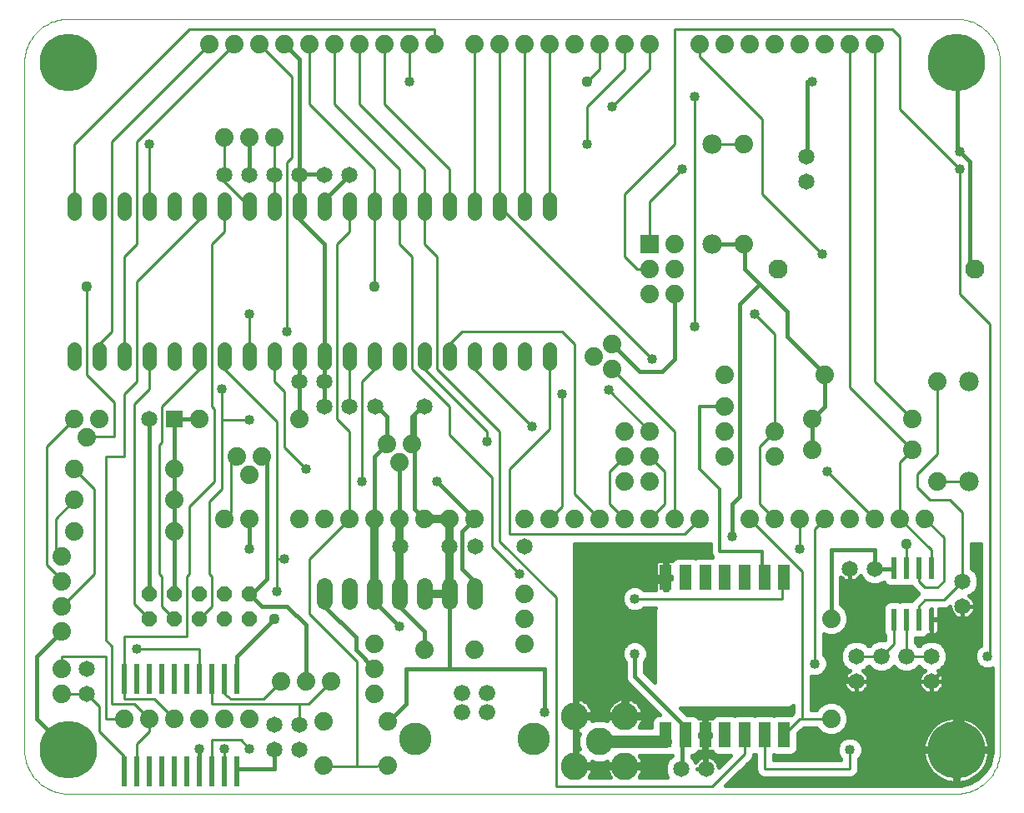
<source format=gtl>
G75*
G70*
%OFA0B0*%
%FSLAX24Y24*%
%IPPOS*%
%LPD*%
%AMOC8*
5,1,8,0,0,1.08239X$1,22.5*
%
%ADD10C,0.0000*%
%ADD11C,0.0560*%
%ADD12C,0.0740*%
%ADD13C,0.0650*%
%ADD14C,0.0660*%
%ADD15C,0.1300*%
%ADD16R,0.0740X0.0740*%
%ADD17R,0.0240X0.0870*%
%ADD18C,0.0768*%
%ADD19OC8,0.0600*%
%ADD20C,0.2300*%
%ADD21R,0.0650X0.0650*%
%ADD22C,0.0634*%
%ADD23C,0.0780*%
%ADD24C,0.1100*%
%ADD25R,0.0500X0.1000*%
%ADD26R,0.0240X0.1200*%
%ADD27C,0.0100*%
%ADD28C,0.0160*%
%ADD29C,0.0150*%
%ADD30C,0.0320*%
%ADD31C,0.0400*%
%ADD32C,0.0436*%
%ADD33C,0.0500*%
%ADD34C,0.0240*%
%ADD35C,0.0120*%
D10*
X002430Y001811D02*
X037930Y001811D01*
X038013Y001813D01*
X038096Y001819D01*
X038179Y001829D01*
X038261Y001843D01*
X038343Y001860D01*
X038423Y001882D01*
X038502Y001907D01*
X038580Y001936D01*
X038657Y001969D01*
X038732Y002006D01*
X038805Y002045D01*
X038876Y002089D01*
X038945Y002135D01*
X039012Y002185D01*
X039076Y002238D01*
X039138Y002294D01*
X039197Y002353D01*
X039253Y002415D01*
X039306Y002479D01*
X039356Y002546D01*
X039402Y002615D01*
X039446Y002686D01*
X039485Y002759D01*
X039522Y002834D01*
X039555Y002911D01*
X039584Y002989D01*
X039609Y003068D01*
X039631Y003148D01*
X039648Y003230D01*
X039662Y003312D01*
X039672Y003395D01*
X039678Y003478D01*
X039680Y003561D01*
X039680Y031061D01*
X039678Y031144D01*
X039672Y031227D01*
X039662Y031310D01*
X039648Y031392D01*
X039631Y031474D01*
X039609Y031554D01*
X039584Y031633D01*
X039555Y031711D01*
X039522Y031788D01*
X039485Y031863D01*
X039446Y031936D01*
X039402Y032007D01*
X039356Y032076D01*
X039306Y032143D01*
X039253Y032207D01*
X039197Y032269D01*
X039138Y032328D01*
X039076Y032384D01*
X039012Y032437D01*
X038945Y032487D01*
X038876Y032533D01*
X038805Y032577D01*
X038732Y032616D01*
X038657Y032653D01*
X038580Y032686D01*
X038502Y032715D01*
X038423Y032740D01*
X038343Y032762D01*
X038261Y032779D01*
X038179Y032793D01*
X038096Y032803D01*
X038013Y032809D01*
X037930Y032811D01*
X002430Y032811D01*
X002347Y032809D01*
X002264Y032803D01*
X002181Y032793D01*
X002099Y032779D01*
X002017Y032762D01*
X001937Y032740D01*
X001858Y032715D01*
X001780Y032686D01*
X001703Y032653D01*
X001628Y032616D01*
X001555Y032577D01*
X001484Y032533D01*
X001415Y032487D01*
X001348Y032437D01*
X001284Y032384D01*
X001222Y032328D01*
X001163Y032269D01*
X001107Y032207D01*
X001054Y032143D01*
X001004Y032076D01*
X000958Y032007D01*
X000914Y031936D01*
X000875Y031863D01*
X000838Y031788D01*
X000805Y031711D01*
X000776Y031633D01*
X000751Y031554D01*
X000729Y031474D01*
X000712Y031392D01*
X000698Y031310D01*
X000688Y031227D01*
X000682Y031144D01*
X000680Y031061D01*
X000680Y003561D01*
X000682Y003478D01*
X000688Y003395D01*
X000698Y003312D01*
X000712Y003230D01*
X000729Y003148D01*
X000751Y003068D01*
X000776Y002989D01*
X000805Y002911D01*
X000838Y002834D01*
X000875Y002759D01*
X000914Y002686D01*
X000958Y002615D01*
X001004Y002546D01*
X001054Y002479D01*
X001107Y002415D01*
X001163Y002353D01*
X001222Y002294D01*
X001284Y002238D01*
X001348Y002185D01*
X001415Y002135D01*
X001484Y002089D01*
X001555Y002045D01*
X001628Y002006D01*
X001703Y001969D01*
X001780Y001936D01*
X001858Y001907D01*
X001937Y001882D01*
X002017Y001860D01*
X002099Y001843D01*
X002181Y001829D01*
X002264Y001819D01*
X002347Y001813D01*
X002430Y001811D01*
D11*
X002680Y019031D02*
X002680Y019591D01*
X003680Y019591D02*
X003680Y019031D01*
X004680Y019031D02*
X004680Y019591D01*
X005680Y019591D02*
X005680Y019031D01*
X006680Y019031D02*
X006680Y019591D01*
X007680Y019591D02*
X007680Y019031D01*
X008680Y019031D02*
X008680Y019591D01*
X009680Y019591D02*
X009680Y019031D01*
X010680Y019031D02*
X010680Y019591D01*
X011680Y019591D02*
X011680Y019031D01*
X012680Y019031D02*
X012680Y019591D01*
X013680Y019591D02*
X013680Y019031D01*
X014680Y019031D02*
X014680Y019591D01*
X015680Y019591D02*
X015680Y019031D01*
X016680Y019031D02*
X016680Y019591D01*
X017680Y019591D02*
X017680Y019031D01*
X018680Y019031D02*
X018680Y019591D01*
X019680Y019591D02*
X019680Y019031D01*
X020680Y019031D02*
X020680Y019591D01*
X021680Y019591D02*
X021680Y019031D01*
X021680Y025031D02*
X021680Y025591D01*
X020680Y025591D02*
X020680Y025031D01*
X019680Y025031D02*
X019680Y025591D01*
X018680Y025591D02*
X018680Y025031D01*
X017680Y025031D02*
X017680Y025591D01*
X016680Y025591D02*
X016680Y025031D01*
X015680Y025031D02*
X015680Y025591D01*
X014680Y025591D02*
X014680Y025031D01*
X013680Y025031D02*
X013680Y025591D01*
X012680Y025591D02*
X012680Y025031D01*
X011680Y025031D02*
X011680Y025591D01*
X010680Y025591D02*
X010680Y025031D01*
X009680Y025031D02*
X009680Y025591D01*
X008680Y025591D02*
X008680Y025031D01*
X007680Y025031D02*
X007680Y025591D01*
X006680Y025591D02*
X006680Y025031D01*
X005680Y025031D02*
X005680Y025591D01*
X004680Y025591D02*
X004680Y025031D01*
X003680Y025031D02*
X003680Y025591D01*
X002680Y025591D02*
X002680Y025031D01*
D12*
X008680Y028061D03*
X009680Y028061D03*
X010680Y028061D03*
X011080Y031811D03*
X012080Y031811D03*
X013080Y031811D03*
X014080Y031811D03*
X015080Y031811D03*
X016080Y031811D03*
X017080Y031811D03*
X018680Y031811D03*
X019680Y031811D03*
X020680Y031811D03*
X021680Y031811D03*
X022680Y031811D03*
X023680Y031811D03*
X024680Y031811D03*
X025680Y031811D03*
X027680Y031811D03*
X028680Y031811D03*
X029680Y031811D03*
X030680Y031811D03*
X031680Y031811D03*
X032680Y031811D03*
X033680Y031811D03*
X034680Y031811D03*
X029430Y027811D03*
X029430Y023811D03*
X026680Y023811D03*
X026680Y022811D03*
X026680Y021811D03*
X025680Y021811D03*
X025680Y022811D03*
X024180Y019811D03*
X023430Y019311D03*
X024180Y018811D03*
X024680Y016311D03*
X025680Y016311D03*
X025680Y015311D03*
X024680Y015311D03*
X024680Y014311D03*
X025680Y014311D03*
X025680Y012811D03*
X024680Y012811D03*
X023680Y012811D03*
X022680Y012811D03*
X021680Y012811D03*
X020680Y012811D03*
X018680Y012811D03*
X017680Y012811D03*
X016680Y012811D03*
X015680Y012811D03*
X014680Y012811D03*
X013680Y012811D03*
X012680Y012811D03*
X011680Y012811D03*
X009680Y012811D03*
X008680Y012811D03*
X009680Y014561D03*
X009180Y015311D03*
X010180Y015311D03*
X011680Y016811D03*
X015180Y015811D03*
X016180Y015811D03*
X015680Y015061D03*
X020680Y009811D03*
X020680Y008811D03*
X020680Y007811D03*
X018680Y007561D03*
X016680Y007561D03*
X014680Y007811D03*
X014680Y006811D03*
X014680Y005811D03*
X015210Y004701D03*
X015210Y002921D03*
X012650Y002921D03*
X012650Y004701D03*
X012930Y006311D03*
X011930Y006311D03*
X010930Y006311D03*
X009680Y004811D03*
X008680Y004811D03*
X007680Y004811D03*
X006680Y004811D03*
X005680Y004811D03*
X004680Y004811D03*
X002180Y005811D03*
X002180Y006811D03*
X002180Y008311D03*
X002180Y009311D03*
X002180Y010311D03*
X002180Y011311D03*
X002680Y012311D03*
X002680Y013561D03*
X002680Y014811D03*
X003180Y016061D03*
X002680Y016811D03*
X003680Y016811D03*
X006680Y014811D03*
X006680Y013561D03*
X006680Y012311D03*
X007680Y016811D03*
X008080Y031811D03*
X009080Y031811D03*
X010080Y031811D03*
X028680Y018561D03*
X028680Y017311D03*
X028680Y016311D03*
X028680Y015311D03*
X030680Y015311D03*
X030680Y016311D03*
X032180Y016811D03*
X032180Y015561D03*
X031680Y012811D03*
X030680Y012811D03*
X029680Y012811D03*
X027680Y012811D03*
X026680Y012811D03*
X032680Y012811D03*
X033680Y012811D03*
X034680Y012811D03*
X035680Y012811D03*
X036680Y012811D03*
X037180Y014311D03*
X036180Y015561D03*
X036180Y016811D03*
X037180Y018311D03*
X032680Y018561D03*
X032930Y008811D03*
X032930Y004811D03*
D13*
X033930Y006311D03*
X033930Y007311D03*
X036930Y007311D03*
X036930Y006311D03*
X038180Y009311D03*
X038180Y010311D03*
X034680Y010811D03*
X033680Y010811D03*
X027930Y002811D03*
X026930Y002811D03*
X020664Y011686D03*
X018696Y011686D03*
X017664Y011686D03*
X015696Y011686D03*
X016664Y017311D03*
X014696Y017311D03*
X013680Y017311D03*
X012680Y017311D03*
X012680Y018311D03*
X011680Y018311D03*
X005680Y016811D03*
X008680Y026561D03*
X009680Y026561D03*
X010680Y026561D03*
X011680Y026561D03*
X012680Y026561D03*
X013680Y026561D03*
X031930Y026311D03*
X031930Y027311D03*
X011680Y004561D03*
X010680Y004561D03*
X010680Y003561D03*
X011680Y003561D03*
X003180Y005811D03*
X003180Y006811D03*
D14*
X018188Y005841D03*
X018188Y005061D03*
X019172Y005061D03*
X019172Y005841D03*
X034930Y007311D03*
X035930Y007311D03*
D15*
X021050Y003991D03*
X016310Y003991D03*
D16*
X025680Y023811D03*
D17*
X035430Y010841D03*
X035930Y010841D03*
X036430Y010841D03*
X036930Y010841D03*
X036930Y008781D03*
X036430Y008781D03*
X035930Y008781D03*
X035430Y008781D03*
D18*
X038680Y022811D03*
X030806Y022811D03*
D19*
X009680Y009811D03*
X008680Y009811D03*
X008680Y008811D03*
X009680Y008811D03*
X007680Y008811D03*
X006680Y008811D03*
X005680Y008811D03*
X005680Y009811D03*
X006680Y009811D03*
X007680Y009811D03*
D20*
X002430Y003561D03*
X002430Y031061D03*
X037930Y031061D03*
X037930Y003561D03*
D21*
X006680Y016811D03*
D22*
X012680Y010128D02*
X012680Y009494D01*
X013680Y009494D02*
X013680Y010128D01*
X014680Y010128D02*
X014680Y009494D01*
X015680Y009494D02*
X015680Y010128D01*
X016680Y010128D02*
X016680Y009494D01*
X017680Y009494D02*
X017680Y010128D01*
X018680Y010128D02*
X018680Y009494D01*
D23*
X028180Y023811D03*
X028180Y027811D03*
X038430Y018311D03*
X038430Y014311D03*
D24*
X024680Y004911D03*
X023680Y003911D03*
X022680Y002911D03*
X024680Y002911D03*
X022680Y004911D03*
D25*
X026318Y004162D03*
X027105Y004162D03*
X027893Y004162D03*
X028680Y004162D03*
X029467Y004162D03*
X030255Y004162D03*
X031042Y004162D03*
X031042Y010461D03*
X030255Y010461D03*
X029467Y010461D03*
X028680Y010461D03*
X027893Y010461D03*
X027105Y010461D03*
X026318Y010461D03*
D26*
X009180Y006411D03*
X008680Y006411D03*
X008180Y006411D03*
X007680Y006411D03*
X007180Y006411D03*
X006680Y006411D03*
X006180Y006411D03*
X005680Y006411D03*
X005180Y006411D03*
X004680Y006411D03*
X004680Y002711D03*
X005180Y002711D03*
X005680Y002711D03*
X006180Y002711D03*
X006680Y002711D03*
X007180Y002711D03*
X007680Y002711D03*
X008180Y002711D03*
X008680Y002711D03*
X009180Y002711D03*
D27*
X008680Y002711D02*
X008680Y003611D01*
X008180Y003961D02*
X009330Y003961D01*
X009680Y003611D01*
X008180Y003961D02*
X008180Y002711D01*
X006680Y004811D02*
X005880Y005611D01*
X004680Y005611D01*
X004680Y006411D01*
X004680Y008111D01*
X007180Y008111D01*
X007180Y010511D01*
X007280Y010611D01*
X007280Y013311D01*
X008280Y014311D01*
X008280Y017211D01*
X008180Y017311D01*
X008180Y023811D01*
X008680Y024311D01*
X008680Y025311D01*
X008680Y026311D02*
X009680Y025311D01*
X010680Y025311D02*
X010680Y026561D01*
X010680Y028061D01*
X011380Y027261D02*
X011180Y027061D01*
X011180Y020311D01*
X010680Y019311D02*
X010680Y018311D01*
X011080Y017911D01*
X011080Y015661D01*
X011930Y014811D01*
X013680Y016311D02*
X013180Y016811D01*
X013180Y023811D01*
X013680Y024311D01*
X013680Y025311D01*
X014680Y025311D02*
X014680Y022111D01*
X016180Y023311D02*
X015680Y023811D01*
X015680Y025311D01*
X015680Y026811D01*
X013080Y029411D01*
X013080Y031811D01*
X014080Y031811D02*
X014080Y029411D01*
X016680Y026811D01*
X016680Y025311D01*
X016680Y023811D01*
X017180Y023311D01*
X017180Y018811D01*
X019680Y016311D01*
X019680Y011911D01*
X021930Y009661D01*
X021930Y002111D01*
X028180Y002111D01*
X029480Y003411D01*
X029480Y004111D01*
X029467Y004162D01*
X030255Y004162D02*
X030280Y004111D01*
X030280Y002811D01*
X033680Y002811D01*
X033680Y003561D01*
X032930Y004811D02*
X031780Y004811D01*
X031680Y004811D01*
X031080Y004211D01*
X031042Y004162D01*
X031780Y004811D02*
X031780Y010711D01*
X029680Y012811D01*
X030080Y013411D02*
X030080Y015711D01*
X030680Y016311D01*
X030680Y020211D01*
X029880Y021011D01*
X027480Y020511D02*
X027480Y029711D01*
X027680Y031311D02*
X030180Y028811D01*
X030180Y025811D01*
X032580Y023411D01*
X026980Y026811D02*
X025680Y025511D01*
X025680Y023811D01*
X025180Y022811D02*
X024680Y023311D01*
X024680Y025811D01*
X026680Y027811D01*
X026680Y032411D01*
X035380Y032411D01*
X035680Y032111D01*
X035680Y029211D01*
X038080Y026811D01*
X038080Y021811D01*
X039280Y020611D01*
X039280Y007311D01*
X039180Y007311D01*
X036930Y007311D02*
X035930Y007311D01*
X035930Y008781D01*
X035430Y008781D02*
X035430Y007811D01*
X034930Y007311D01*
X033930Y007311D01*
X032280Y007011D02*
X032280Y012411D01*
X032680Y012811D01*
X031680Y012811D02*
X031680Y011611D01*
X031042Y010461D02*
X030980Y010411D01*
X030980Y009611D01*
X025080Y009611D01*
X027080Y012211D02*
X020080Y012211D01*
X020080Y014811D01*
X021680Y016411D01*
X021680Y019311D01*
X022680Y019811D02*
X022680Y013811D01*
X023680Y012811D01*
X024080Y013411D02*
X024080Y014711D01*
X024680Y015311D01*
X025680Y015311D02*
X026280Y014711D01*
X026280Y013411D01*
X025680Y012811D01*
X024680Y012811D02*
X024080Y013411D01*
X022180Y013311D02*
X021680Y012811D01*
X022180Y013311D02*
X022180Y017811D01*
X020980Y016511D02*
X018680Y018811D01*
X018680Y019311D01*
X017680Y019311D02*
X017680Y019811D01*
X018180Y020311D01*
X022180Y020311D01*
X022680Y019811D01*
X024180Y018811D02*
X026680Y016311D01*
X026680Y012811D01*
X027080Y012211D02*
X027680Y012811D01*
X030080Y013411D02*
X030680Y012811D01*
X032780Y014711D02*
X034680Y012811D01*
X035680Y012811D02*
X036930Y011561D01*
X036930Y010841D01*
X036430Y010841D02*
X036430Y010311D01*
X036680Y010061D01*
X037180Y010061D01*
X037430Y010311D01*
X037430Y012061D01*
X036680Y012811D01*
X036880Y013561D02*
X036380Y014061D01*
X036380Y014611D01*
X037180Y015411D01*
X037180Y018311D01*
X036180Y016811D02*
X034680Y018311D01*
X034680Y031811D01*
X033680Y031811D02*
X033680Y018061D01*
X036180Y015561D01*
X035680Y015061D01*
X035680Y012811D01*
X035930Y011811D02*
X035930Y010841D01*
X036680Y009561D02*
X036430Y009311D01*
X036430Y008781D01*
X036680Y009561D02*
X037430Y009561D01*
X038180Y010311D01*
X038180Y013061D01*
X037680Y013561D01*
X036880Y013561D01*
X037180Y014311D02*
X038430Y014311D01*
X025780Y019211D02*
X019680Y025311D01*
X019680Y031811D01*
X020680Y031811D02*
X020680Y025311D01*
X021680Y025311D02*
X021680Y031811D01*
X023680Y031811D02*
X023680Y030811D01*
X023180Y030311D01*
X023180Y029311D02*
X023180Y027811D01*
X023180Y029311D02*
X024680Y030811D01*
X024680Y031811D01*
X025680Y031811D02*
X025680Y030811D01*
X024180Y029311D01*
X027680Y031311D02*
X027680Y031811D01*
X028180Y027811D02*
X029430Y027811D01*
X025680Y022811D02*
X025180Y022811D01*
X024030Y017961D02*
X025680Y016311D01*
X019380Y014461D02*
X019380Y011711D01*
X020480Y010611D01*
X019380Y014461D02*
X017680Y016161D01*
X017680Y017311D01*
X016180Y018811D01*
X016180Y023311D01*
X014680Y025311D02*
X014680Y026811D01*
X012080Y029411D01*
X012080Y031811D01*
X011380Y030511D02*
X011380Y027261D01*
X008680Y026561D02*
X008680Y026311D01*
X008680Y026561D02*
X008680Y028061D01*
X007680Y025311D02*
X007680Y024811D01*
X005180Y022311D01*
X005180Y018311D01*
X004680Y017811D01*
X004680Y015311D01*
X003930Y015311D01*
X003930Y007961D01*
X004180Y007711D01*
X004180Y005411D01*
X005080Y005411D01*
X005680Y004811D01*
X005680Y004311D01*
X005180Y003811D01*
X005180Y002711D01*
X004680Y002711D02*
X004680Y002661D01*
X004680Y002711D02*
X004680Y003311D01*
X003680Y004311D01*
X003680Y005311D01*
X003180Y005811D01*
X002180Y005811D01*
X002180Y006811D02*
X002180Y007311D01*
X003930Y007311D01*
X003930Y004811D01*
X004680Y004811D01*
X007680Y006411D02*
X007680Y007611D01*
X005180Y007611D01*
X005680Y008811D02*
X005080Y009411D01*
X005080Y017411D01*
X005680Y018011D01*
X005680Y019311D01*
X004680Y019311D02*
X004680Y023311D01*
X005180Y023811D01*
X005180Y027911D01*
X009080Y031811D01*
X010080Y031811D02*
X011380Y030511D01*
X008080Y031811D02*
X004180Y027911D01*
X004180Y020311D01*
X003680Y019811D01*
X003680Y019311D01*
X003180Y018561D02*
X003180Y022111D01*
X002680Y025311D02*
X002680Y027811D01*
X007280Y032411D01*
X017080Y032411D01*
X017080Y031811D01*
X016080Y031811D02*
X016080Y030311D01*
X015080Y029411D02*
X015080Y031811D01*
X015080Y029411D02*
X017680Y026811D01*
X017680Y025311D01*
X018680Y025311D02*
X018680Y031811D01*
X005680Y027811D02*
X005680Y025311D01*
X009680Y021011D02*
X009680Y019311D01*
X008680Y019311D02*
X008680Y018811D01*
X010780Y016711D01*
X010780Y011211D01*
X011080Y011211D01*
X010780Y011211D02*
X010780Y009911D01*
X012080Y009011D02*
X013980Y007111D01*
X013980Y002911D01*
X012980Y002911D01*
X012650Y002921D01*
X013980Y002911D02*
X014380Y002911D01*
X015210Y002921D01*
X012030Y005411D02*
X012930Y006311D01*
X012030Y005411D02*
X011680Y005411D01*
X011680Y004561D01*
X011680Y005411D02*
X008180Y005411D01*
X008180Y006411D01*
X008680Y006411D02*
X008680Y005811D01*
X008930Y005611D01*
X010230Y005611D01*
X010930Y006311D01*
X012080Y009011D02*
X012080Y011211D01*
X013680Y012811D01*
X013680Y016311D01*
X013680Y017311D02*
X013680Y019311D01*
X014680Y019311D02*
X014680Y018811D01*
X014180Y018311D01*
X014180Y014311D01*
X009680Y016761D02*
X008580Y016761D01*
X008580Y018011D01*
X007680Y018811D02*
X007680Y019311D01*
X007680Y018811D02*
X006180Y017311D01*
X006180Y015861D01*
X006080Y015761D01*
X006080Y010611D01*
X006180Y010511D01*
X006180Y009311D01*
X006680Y008811D01*
X007680Y008811D02*
X008180Y009311D01*
X008180Y010511D01*
X008080Y010611D01*
X008080Y013511D01*
X008580Y014011D01*
X008580Y016761D01*
X009180Y015311D02*
X008930Y015061D01*
X008930Y013061D01*
X008680Y012811D01*
X004280Y016111D02*
X004280Y017461D01*
X003180Y018561D01*
X002680Y016811D02*
X001580Y015711D01*
X001580Y010961D01*
X002180Y010361D01*
X002180Y010311D01*
X002180Y009311D02*
X003480Y010611D01*
X003480Y014011D01*
X002680Y014811D01*
X003180Y016061D02*
X003180Y016111D01*
X004280Y016111D01*
X002680Y013561D02*
X001930Y012811D01*
X001930Y011561D01*
X002180Y011311D01*
X016680Y018811D02*
X019180Y016311D01*
X019180Y015911D01*
X016680Y018811D02*
X016680Y019311D01*
D28*
X006680Y013811D02*
X006680Y012311D01*
X005680Y009811D02*
X005680Y016811D01*
X022680Y004911D02*
X022680Y002911D01*
X024680Y002911D01*
X023680Y004911D02*
X022680Y004911D01*
X023180Y009811D02*
X023680Y009811D01*
X024180Y009811D01*
D29*
X024565Y009714D02*
X024565Y009509D01*
X024643Y009320D01*
X024788Y009175D01*
X024978Y009096D01*
X025182Y009096D01*
X025372Y009175D01*
X025443Y009246D01*
X025920Y009246D01*
X025913Y009240D01*
X025865Y009124D01*
X025865Y006278D01*
X025470Y006673D01*
X025470Y007073D01*
X025517Y007120D01*
X025595Y007309D01*
X025595Y007514D01*
X025517Y007703D01*
X025372Y007848D01*
X025182Y007926D01*
X024978Y007926D01*
X024788Y007848D01*
X024643Y007703D01*
X024565Y007514D01*
X024565Y007309D01*
X024643Y007120D01*
X024690Y007073D01*
X024690Y006434D01*
X024749Y006290D01*
X024859Y006181D01*
X026063Y004977D01*
X026005Y004977D01*
X025889Y004929D01*
X025801Y004840D01*
X025753Y004724D01*
X025753Y004476D01*
X025260Y004476D01*
X025284Y004508D01*
X025332Y004590D01*
X025368Y004678D01*
X025393Y004770D01*
X025401Y004836D01*
X024755Y004836D01*
X024755Y004986D01*
X025401Y004986D01*
X025393Y005053D01*
X025368Y005145D01*
X025332Y005233D01*
X025284Y005315D01*
X025226Y005390D01*
X025159Y005458D01*
X025084Y005515D01*
X025001Y005563D01*
X024914Y005599D01*
X024822Y005624D01*
X024755Y005633D01*
X024755Y004986D01*
X024605Y004986D01*
X024605Y004836D01*
X023959Y004836D01*
X023967Y004770D01*
X023980Y004723D01*
X023852Y004776D01*
X023508Y004776D01*
X023380Y004723D01*
X023393Y004770D01*
X023401Y004836D01*
X022755Y004836D01*
X022755Y004190D01*
X022822Y004199D01*
X022868Y004211D01*
X022815Y004083D01*
X022815Y003739D01*
X022868Y003611D01*
X022822Y003624D01*
X022755Y003633D01*
X022755Y002986D01*
X023401Y002986D01*
X023393Y003053D01*
X023380Y003099D01*
X023508Y003046D01*
X023852Y003046D01*
X023980Y003099D01*
X023967Y003053D01*
X023959Y002986D01*
X024605Y002986D01*
X024605Y002836D01*
X023959Y002836D01*
X023967Y002770D01*
X023992Y002678D01*
X024028Y002590D01*
X024076Y002508D01*
X024100Y002476D01*
X023260Y002476D01*
X023284Y002508D01*
X023332Y002590D01*
X023368Y002678D01*
X023393Y002770D01*
X023401Y002836D01*
X022755Y002836D01*
X022755Y002986D01*
X022680Y002986D01*
X022680Y004836D01*
X022755Y004836D01*
X022755Y004986D01*
X023401Y004986D01*
X023393Y005053D01*
X023368Y005145D01*
X023332Y005233D01*
X023284Y005315D01*
X023226Y005390D01*
X023159Y005458D01*
X023084Y005515D01*
X023001Y005563D01*
X022914Y005599D01*
X022822Y005624D01*
X022755Y005633D01*
X022755Y004986D01*
X022680Y004986D01*
X022680Y011811D01*
X028105Y011811D01*
X028105Y011437D01*
X028162Y011299D01*
X028185Y011276D01*
X027580Y011276D01*
X027499Y011242D01*
X027418Y011276D01*
X026793Y011276D01*
X026677Y011228D01*
X026588Y011139D01*
X026587Y011136D01*
X026368Y011136D01*
X026368Y010511D01*
X026540Y010511D01*
X026540Y010411D01*
X026368Y010411D01*
X026368Y010511D01*
X026268Y010511D01*
X026268Y011136D01*
X026045Y011136D01*
X026000Y011124D01*
X025960Y011101D01*
X025928Y011068D01*
X025905Y011028D01*
X025893Y010984D01*
X025893Y010511D01*
X026268Y010511D01*
X026268Y010411D01*
X026268Y009976D01*
X026368Y009976D01*
X026368Y010411D01*
X026268Y010411D01*
X025893Y010411D01*
X025893Y009976D01*
X025443Y009976D01*
X025372Y010048D01*
X025182Y010126D01*
X024978Y010126D01*
X024788Y010048D01*
X024643Y009903D01*
X024565Y009714D01*
X024565Y009682D02*
X022680Y009682D01*
X022680Y009830D02*
X024613Y009830D01*
X024719Y009979D02*
X022680Y009979D01*
X022680Y010127D02*
X025893Y010127D01*
X025893Y009979D02*
X025441Y009979D01*
X025893Y010276D02*
X022680Y010276D01*
X022680Y010424D02*
X026268Y010424D01*
X026318Y010461D02*
X026280Y010311D01*
X023680Y010311D01*
X023680Y009811D01*
X023680Y004911D01*
X023959Y004986D02*
X023967Y005053D01*
X023992Y005145D01*
X024028Y005233D01*
X024076Y005315D01*
X024134Y005390D01*
X024201Y005458D01*
X024276Y005515D01*
X024359Y005563D01*
X024446Y005599D01*
X024538Y005624D01*
X024605Y005633D01*
X024605Y004986D01*
X023959Y004986D01*
X023974Y005078D02*
X023386Y005078D01*
X023334Y005227D02*
X024026Y005227D01*
X024122Y005375D02*
X023238Y005375D01*
X023069Y005524D02*
X024291Y005524D01*
X024605Y005524D02*
X024755Y005524D01*
X024755Y005375D02*
X024605Y005375D01*
X024605Y005227D02*
X024755Y005227D01*
X024755Y005078D02*
X024605Y005078D01*
X024605Y004930D02*
X022755Y004930D01*
X022755Y005078D02*
X022680Y005078D01*
X022680Y005227D02*
X022755Y005227D01*
X022755Y005375D02*
X022680Y005375D01*
X022680Y005524D02*
X022755Y005524D01*
X022680Y005672D02*
X025367Y005672D01*
X025219Y005821D02*
X022680Y005821D01*
X022680Y005969D02*
X025070Y005969D01*
X024922Y006118D02*
X022680Y006118D01*
X022680Y006266D02*
X024773Y006266D01*
X024698Y006415D02*
X022680Y006415D01*
X022680Y006563D02*
X024690Y006563D01*
X024690Y006712D02*
X022680Y006712D01*
X022680Y006860D02*
X024690Y006860D01*
X024690Y007009D02*
X022680Y007009D01*
X022680Y007157D02*
X024628Y007157D01*
X024566Y007306D02*
X022680Y007306D01*
X022680Y007454D02*
X024565Y007454D01*
X024602Y007603D02*
X022680Y007603D01*
X022680Y007751D02*
X024692Y007751D01*
X024914Y007900D02*
X022680Y007900D01*
X022680Y008048D02*
X025865Y008048D01*
X025865Y007900D02*
X025246Y007900D01*
X025468Y007751D02*
X025865Y007751D01*
X025865Y007603D02*
X025558Y007603D01*
X025595Y007454D02*
X025865Y007454D01*
X025865Y007306D02*
X025594Y007306D01*
X025532Y007157D02*
X025865Y007157D01*
X025865Y007009D02*
X025470Y007009D01*
X025470Y006860D02*
X025865Y006860D01*
X025865Y006712D02*
X025470Y006712D01*
X025580Y006563D02*
X025865Y006563D01*
X025865Y006415D02*
X025728Y006415D01*
X025080Y006511D02*
X025080Y007411D01*
X025865Y008197D02*
X022680Y008197D01*
X022680Y008345D02*
X025865Y008345D01*
X025865Y008494D02*
X022680Y008494D01*
X022680Y008642D02*
X025865Y008642D01*
X025865Y008791D02*
X022680Y008791D01*
X022680Y008939D02*
X025865Y008939D01*
X025865Y009088D02*
X022680Y009088D01*
X022680Y009236D02*
X024727Y009236D01*
X024616Y009385D02*
X022680Y009385D01*
X022680Y009533D02*
X024565Y009533D01*
X025433Y009236D02*
X025912Y009236D01*
X026268Y009979D02*
X026368Y009979D01*
X026368Y010127D02*
X026268Y010127D01*
X026268Y010276D02*
X026368Y010276D01*
X026368Y010424D02*
X026540Y010424D01*
X026318Y010461D02*
X026280Y010511D01*
X026268Y010573D02*
X026368Y010573D01*
X026368Y010721D02*
X026268Y010721D01*
X026268Y010870D02*
X026368Y010870D01*
X026368Y011018D02*
X026268Y011018D01*
X025902Y011018D02*
X022680Y011018D01*
X022680Y010870D02*
X025893Y010870D01*
X025893Y010721D02*
X022680Y010721D01*
X022680Y010573D02*
X025893Y010573D01*
X026616Y011167D02*
X022680Y011167D01*
X022680Y011315D02*
X028155Y011315D01*
X028105Y011464D02*
X022680Y011464D01*
X022680Y011612D02*
X028105Y011612D01*
X028105Y011761D02*
X022680Y011761D01*
X018680Y012811D02*
X017180Y014311D01*
X016280Y013211D02*
X016280Y016911D01*
X016230Y016961D01*
X016580Y017311D01*
X016664Y017311D01*
X016230Y016961D02*
X016180Y016911D01*
X016180Y015811D01*
X015180Y015811D02*
X014680Y015311D01*
X014680Y012811D01*
X015680Y012811D02*
X015680Y015061D01*
X015180Y015811D02*
X015180Y016911D01*
X014780Y017311D01*
X014696Y017311D01*
X012680Y017311D02*
X012680Y018311D01*
X012680Y019311D01*
X012680Y023811D01*
X011680Y024811D01*
X011680Y025311D01*
X011680Y026561D01*
X011680Y026611D01*
X011680Y031211D01*
X011080Y031811D01*
X009680Y028061D02*
X009680Y026561D01*
X011680Y026611D02*
X012680Y026611D01*
X012680Y026561D01*
X013680Y026561D02*
X012680Y025561D01*
X012680Y025311D01*
X011680Y019311D02*
X011680Y018311D01*
X011680Y016811D01*
X010180Y015311D02*
X010380Y015111D01*
X010380Y010411D01*
X009780Y009811D01*
X009680Y009811D01*
X010180Y009311D01*
X011180Y009311D01*
X011930Y008561D01*
X011930Y006311D01*
X013930Y007561D02*
X014680Y006811D01*
X013930Y007561D02*
X013930Y008061D01*
X012680Y009311D01*
X012680Y009811D01*
X014680Y009811D02*
X014680Y009511D01*
X015680Y008511D01*
X015680Y009311D02*
X016680Y008311D01*
X016680Y007561D01*
X015930Y006811D02*
X017680Y006811D01*
X021480Y006811D01*
X021480Y005061D01*
X022680Y004781D02*
X022755Y004781D01*
X022755Y004633D02*
X022680Y004633D01*
X022680Y004484D02*
X022755Y004484D01*
X022755Y004336D02*
X022680Y004336D01*
X022680Y004187D02*
X022858Y004187D01*
X022815Y004039D02*
X022680Y004039D01*
X022680Y003890D02*
X022815Y003890D01*
X022815Y003742D02*
X022680Y003742D01*
X022680Y003593D02*
X022755Y003593D01*
X022755Y003445D02*
X022680Y003445D01*
X022680Y003296D02*
X022755Y003296D01*
X022755Y003148D02*
X022680Y003148D01*
X022680Y002999D02*
X022755Y002999D01*
X022755Y002851D02*
X024605Y002851D01*
X024755Y002851D02*
X026290Y002851D01*
X026290Y002939D02*
X026290Y002684D01*
X026376Y002476D01*
X025260Y002476D01*
X025284Y002508D01*
X025332Y002590D01*
X025368Y002678D01*
X025393Y002770D01*
X025401Y002836D01*
X024755Y002836D01*
X024755Y002986D01*
X025401Y002986D01*
X025393Y003053D01*
X025368Y003145D01*
X025332Y003233D01*
X025284Y003315D01*
X025260Y003346D01*
X026430Y003346D01*
X026431Y003347D01*
X026560Y003347D01*
X026387Y003174D01*
X026290Y002939D01*
X026315Y002999D02*
X025400Y002999D01*
X025367Y003148D02*
X026377Y003148D01*
X026510Y003296D02*
X025295Y003296D01*
X025375Y002702D02*
X026290Y002702D01*
X026344Y002554D02*
X025311Y002554D01*
X024049Y002554D02*
X023311Y002554D01*
X023375Y002702D02*
X023985Y002702D01*
X023960Y002999D02*
X023400Y002999D01*
X025266Y004484D02*
X025753Y004484D01*
X025753Y004633D02*
X025349Y004633D01*
X025394Y004781D02*
X025776Y004781D01*
X025892Y004930D02*
X024755Y004930D01*
X025386Y005078D02*
X025961Y005078D01*
X025813Y005227D02*
X025334Y005227D01*
X025238Y005375D02*
X025664Y005375D01*
X025516Y005524D02*
X025069Y005524D01*
X025080Y006511D02*
X027080Y004511D01*
X027080Y004211D01*
X027105Y004162D01*
X027080Y004111D01*
X026980Y004011D01*
X026980Y002811D01*
X026930Y002811D01*
X027370Y003276D02*
X027370Y003347D01*
X027418Y003347D01*
X027534Y003395D01*
X027622Y003483D01*
X027624Y003487D01*
X027843Y003487D01*
X027843Y004112D01*
X027670Y004112D01*
X027670Y004212D01*
X027843Y004212D01*
X027843Y004837D01*
X027624Y004837D01*
X027622Y004840D01*
X027534Y004929D01*
X027418Y004977D01*
X027166Y004977D01*
X026897Y005246D01*
X031243Y005246D01*
X031358Y005294D01*
X031415Y005351D01*
X031415Y005062D01*
X031371Y005018D01*
X031329Y004977D01*
X030730Y004977D01*
X030649Y004943D01*
X030567Y004977D01*
X029942Y004977D01*
X029861Y004943D01*
X029780Y004977D01*
X029155Y004977D01*
X029074Y004943D01*
X028993Y004977D01*
X028367Y004977D01*
X028252Y004929D01*
X028163Y004840D01*
X028162Y004837D01*
X027943Y004837D01*
X027943Y004212D01*
X028115Y004212D01*
X028115Y004112D01*
X027943Y004112D01*
X027943Y004212D01*
X027843Y004212D01*
X027843Y004112D01*
X027943Y004112D01*
X027943Y003487D01*
X028162Y003487D01*
X028163Y003483D01*
X028252Y003395D01*
X028367Y003347D01*
X028899Y003347D01*
X028426Y002874D01*
X028418Y002928D01*
X028393Y003003D01*
X028358Y003073D01*
X028311Y003137D01*
X028256Y003193D01*
X028192Y003239D01*
X028122Y003275D01*
X028047Y003299D01*
X027969Y003311D01*
X027930Y003311D01*
X027930Y002811D01*
X027570Y002811D01*
X027570Y002811D01*
X027930Y002811D01*
X027930Y002811D01*
X027880Y002811D01*
X027880Y004111D01*
X027893Y004162D01*
X027880Y004211D01*
X027843Y004187D02*
X027670Y004187D01*
X027843Y004039D02*
X027943Y004039D01*
X027943Y004187D02*
X028115Y004187D01*
X027943Y004336D02*
X027843Y004336D01*
X027843Y004484D02*
X027943Y004484D01*
X027943Y004633D02*
X027843Y004633D01*
X027843Y004781D02*
X027943Y004781D01*
X028254Y004930D02*
X027531Y004930D01*
X027065Y005078D02*
X031415Y005078D01*
X031371Y005018D02*
X031371Y005018D01*
X031415Y005227D02*
X026916Y005227D01*
X027843Y003890D02*
X027943Y003890D01*
X027943Y003742D02*
X027843Y003742D01*
X027843Y003593D02*
X027943Y003593D01*
X027930Y003311D02*
X027891Y003311D01*
X027813Y003299D01*
X027738Y003275D01*
X027668Y003239D01*
X027604Y003193D01*
X027549Y003137D01*
X027510Y003084D01*
X027473Y003174D01*
X027370Y003276D01*
X027370Y003296D02*
X027805Y003296D01*
X027930Y003296D02*
X027930Y003296D01*
X027930Y003311D02*
X027930Y002811D01*
X027930Y002811D01*
X027930Y002851D02*
X027930Y002851D01*
X027930Y002999D02*
X027930Y002999D01*
X027930Y003148D02*
X027930Y003148D01*
X028055Y003296D02*
X028849Y003296D01*
X028700Y003148D02*
X028301Y003148D01*
X028395Y002999D02*
X028552Y002999D01*
X028990Y002405D02*
X037282Y002405D01*
X037248Y002423D02*
X037363Y002362D01*
X037483Y002312D01*
X037608Y002274D01*
X037735Y002249D01*
X037855Y002237D01*
X037855Y003486D01*
X038005Y003486D01*
X038005Y002237D01*
X038125Y002249D01*
X038252Y002274D01*
X038377Y002312D01*
X038497Y002362D01*
X038612Y002423D01*
X038720Y002496D01*
X038821Y002578D01*
X038913Y002670D01*
X038996Y002771D01*
X039068Y002879D01*
X039129Y002994D01*
X039179Y003114D01*
X039217Y003239D01*
X039242Y003367D01*
X039254Y003486D01*
X038005Y003486D01*
X038005Y003636D01*
X039254Y003636D01*
X039242Y003756D01*
X039217Y003884D01*
X039179Y004008D01*
X039129Y004128D01*
X039068Y004243D01*
X038996Y004352D01*
X038913Y004452D01*
X038821Y004544D01*
X038720Y004627D01*
X038612Y004699D01*
X038497Y004760D01*
X038377Y004810D01*
X038252Y004848D01*
X038125Y004873D01*
X038005Y004885D01*
X038005Y003636D01*
X037855Y003636D01*
X037855Y003486D01*
X036606Y003486D01*
X036618Y003367D01*
X036643Y003239D01*
X036681Y003114D01*
X036731Y002994D01*
X036792Y002879D01*
X036864Y002771D01*
X036947Y002670D01*
X037039Y002578D01*
X037140Y002496D01*
X037248Y002423D01*
X037069Y002554D02*
X033939Y002554D01*
X033989Y002605D02*
X034045Y002739D01*
X034045Y003198D01*
X034117Y003270D01*
X034195Y003459D01*
X034195Y003664D01*
X034117Y003853D01*
X033972Y003998D01*
X033782Y004076D01*
X033578Y004076D01*
X033388Y003998D01*
X033243Y003853D01*
X033165Y003664D01*
X033165Y003459D01*
X033243Y003270D01*
X033315Y003198D01*
X033315Y003176D01*
X030645Y003176D01*
X030645Y003379D01*
X030649Y003380D01*
X030730Y003347D01*
X031355Y003347D01*
X031471Y003395D01*
X031559Y003483D01*
X031607Y003599D01*
X031607Y004222D01*
X031831Y004446D01*
X032340Y004446D01*
X032349Y004423D01*
X032542Y004231D01*
X032794Y004126D01*
X033066Y004126D01*
X033318Y004231D01*
X033511Y004423D01*
X033615Y004675D01*
X033615Y004948D01*
X033511Y005199D01*
X033318Y005392D01*
X033066Y005496D01*
X032794Y005496D01*
X032542Y005392D01*
X032349Y005199D01*
X032340Y005176D01*
X032145Y005176D01*
X032145Y006510D01*
X032178Y006496D01*
X032382Y006496D01*
X032572Y006575D01*
X032717Y006720D01*
X032795Y006909D01*
X032795Y007114D01*
X032717Y007303D01*
X032645Y007375D01*
X032645Y008188D01*
X032794Y008126D01*
X033066Y008126D01*
X033318Y008231D01*
X033511Y008423D01*
X033615Y008675D01*
X033615Y008948D01*
X033511Y009199D01*
X033320Y009390D01*
X033320Y010464D01*
X033354Y010430D01*
X033418Y010384D01*
X033488Y010348D01*
X033563Y010324D01*
X033641Y010311D01*
X033680Y010311D01*
X033719Y010311D01*
X033797Y010324D01*
X033872Y010348D01*
X033942Y010384D01*
X034006Y010430D01*
X034061Y010486D01*
X034100Y010539D01*
X034137Y010449D01*
X034317Y010269D01*
X034553Y010171D01*
X034807Y010171D01*
X035028Y010263D01*
X035043Y010228D01*
X035132Y010139D01*
X035247Y010091D01*
X035613Y010091D01*
X035680Y010119D01*
X035747Y010091D01*
X036113Y010091D01*
X036128Y010097D01*
X036371Y009855D01*
X036414Y009811D01*
X036223Y009621D01*
X036128Y009525D01*
X036113Y009531D01*
X035747Y009531D01*
X035680Y009503D01*
X035613Y009531D01*
X035247Y009531D01*
X035132Y009483D01*
X035043Y009395D01*
X034995Y009279D01*
X034995Y008284D01*
X035043Y008168D01*
X035065Y008146D01*
X035065Y007962D01*
X035059Y007956D01*
X035058Y007956D01*
X034802Y007956D01*
X034565Y007858D01*
X034426Y007720D01*
X034293Y007854D01*
X034057Y007951D01*
X033803Y007951D01*
X033567Y007854D01*
X033387Y007674D01*
X033290Y007439D01*
X033290Y007184D01*
X033387Y006949D01*
X033567Y006769D01*
X033658Y006731D01*
X033604Y006693D01*
X033549Y006637D01*
X033502Y006573D01*
X033467Y006503D01*
X033442Y006428D01*
X033430Y006351D01*
X033430Y006311D01*
X033430Y006272D01*
X033442Y006194D01*
X033467Y006119D01*
X033502Y006049D01*
X033549Y005986D01*
X033604Y005930D01*
X033668Y005884D01*
X033738Y005848D01*
X033813Y005824D01*
X033891Y005811D01*
X033930Y005811D01*
X033969Y005811D01*
X034047Y005824D01*
X034122Y005848D01*
X034192Y005884D01*
X034256Y005930D01*
X034311Y005986D01*
X034358Y006049D01*
X034393Y006119D01*
X034418Y006194D01*
X034430Y006272D01*
X034430Y006311D01*
X033930Y006311D01*
X033930Y005811D01*
X033930Y006311D01*
X033930Y006311D01*
X033930Y006311D01*
X033430Y006311D01*
X033930Y006311D01*
X033930Y006311D01*
X033680Y006311D01*
X033180Y006811D01*
X033180Y007561D01*
X033680Y008061D01*
X033680Y010811D01*
X033680Y010311D01*
X033680Y010811D01*
X033680Y010811D01*
X033680Y010721D02*
X033680Y010721D01*
X033680Y010573D02*
X033680Y010573D01*
X033680Y010424D02*
X033680Y010424D01*
X033998Y010424D02*
X034162Y010424D01*
X034310Y010276D02*
X033320Y010276D01*
X033320Y010424D02*
X033362Y010424D01*
X033320Y010127D02*
X035160Y010127D01*
X035400Y010811D02*
X034680Y010811D01*
X034680Y011561D01*
X032930Y011561D01*
X032930Y008811D01*
X033474Y009236D02*
X034995Y009236D01*
X034995Y009088D02*
X033557Y009088D01*
X033615Y008939D02*
X034995Y008939D01*
X034995Y008791D02*
X033615Y008791D01*
X033601Y008642D02*
X034995Y008642D01*
X034995Y008494D02*
X033540Y008494D01*
X033433Y008345D02*
X034995Y008345D01*
X035031Y008197D02*
X033236Y008197D01*
X033465Y007751D02*
X032645Y007751D01*
X032645Y007603D02*
X033358Y007603D01*
X033297Y007454D02*
X032645Y007454D01*
X032714Y007306D02*
X033290Y007306D01*
X033301Y007157D02*
X032777Y007157D01*
X032795Y007009D02*
X033363Y007009D01*
X033476Y006860D02*
X032775Y006860D01*
X032709Y006712D02*
X033631Y006712D01*
X033497Y006563D02*
X032544Y006563D01*
X032145Y006415D02*
X033440Y006415D01*
X033431Y006266D02*
X032145Y006266D01*
X032145Y006118D02*
X033467Y006118D01*
X033565Y005969D02*
X032145Y005969D01*
X032145Y005821D02*
X033831Y005821D01*
X033930Y005821D02*
X033930Y005821D01*
X034029Y005821D02*
X036831Y005821D01*
X036813Y005824D02*
X036891Y005811D01*
X036930Y005811D01*
X036969Y005811D01*
X037047Y005824D01*
X037122Y005848D01*
X037192Y005884D01*
X037256Y005930D01*
X037311Y005986D01*
X037358Y006049D01*
X037393Y006119D01*
X037418Y006194D01*
X037430Y006272D01*
X037430Y006311D01*
X036930Y006311D01*
X036930Y005811D01*
X036930Y006311D01*
X036930Y006311D01*
X036930Y006311D01*
X036430Y006311D01*
X036430Y006272D01*
X036442Y006194D01*
X036467Y006119D01*
X036502Y006049D01*
X036549Y005986D01*
X036604Y005930D01*
X036668Y005884D01*
X036738Y005848D01*
X036813Y005824D01*
X036930Y005821D02*
X036930Y005821D01*
X037029Y005821D02*
X039365Y005821D01*
X039365Y005969D02*
X037295Y005969D01*
X037393Y006118D02*
X039365Y006118D01*
X039365Y006266D02*
X037429Y006266D01*
X037430Y006311D02*
X037430Y006351D01*
X037418Y006428D01*
X037393Y006503D01*
X037358Y006573D01*
X037311Y006637D01*
X037256Y006693D01*
X037202Y006731D01*
X037293Y006769D01*
X037473Y006949D01*
X037570Y007184D01*
X037570Y007439D01*
X037473Y007674D01*
X037293Y007854D01*
X037057Y007951D01*
X036803Y007951D01*
X036567Y007854D01*
X036434Y007720D01*
X036295Y007858D01*
X036295Y008031D01*
X036613Y008031D01*
X036728Y008079D01*
X036817Y008168D01*
X036818Y008171D01*
X036930Y008171D01*
X036930Y008781D01*
X036930Y008171D01*
X037073Y008171D01*
X037118Y008183D01*
X037157Y008206D01*
X037190Y008239D01*
X037213Y008279D01*
X037225Y008323D01*
X037225Y008781D01*
X036930Y008781D01*
X036930Y008781D01*
X036930Y008781D01*
X036930Y008811D01*
X038180Y008811D01*
X038219Y008811D01*
X038297Y008824D01*
X038372Y008848D01*
X038442Y008884D01*
X038506Y008930D01*
X038561Y008986D01*
X038608Y009049D01*
X038643Y009119D01*
X038668Y009194D01*
X038680Y009272D01*
X038680Y009311D01*
X038180Y009311D01*
X038180Y008811D01*
X038180Y009311D01*
X038180Y009311D01*
X038180Y009311D01*
X038180Y003811D01*
X037930Y003561D01*
X038005Y003593D02*
X039365Y003593D01*
X039365Y003561D02*
X039353Y003374D01*
X039256Y003012D01*
X039068Y002688D01*
X038804Y002423D01*
X038479Y002235D01*
X038117Y002139D01*
X037930Y002126D01*
X028711Y002126D01*
X029789Y003205D01*
X029845Y003339D01*
X029845Y003374D01*
X029861Y003380D01*
X029915Y003358D01*
X029915Y002739D01*
X029971Y002605D01*
X030073Y002502D01*
X030207Y002446D01*
X033753Y002446D01*
X033887Y002502D01*
X033989Y002605D01*
X034030Y002702D02*
X036921Y002702D01*
X036811Y002851D02*
X034045Y002851D01*
X034045Y002999D02*
X036729Y002999D01*
X036671Y003148D02*
X034045Y003148D01*
X034128Y003296D02*
X036632Y003296D01*
X036610Y003445D02*
X034189Y003445D01*
X034195Y003593D02*
X037855Y003593D01*
X037855Y003636D02*
X036606Y003636D01*
X036618Y003756D01*
X036643Y003884D01*
X036681Y004008D01*
X036731Y004128D01*
X036792Y004243D01*
X036864Y004352D01*
X036947Y004452D01*
X037039Y004544D01*
X037140Y004627D01*
X037248Y004699D01*
X037363Y004760D01*
X037483Y004810D01*
X037608Y004848D01*
X037735Y004873D01*
X037855Y004885D01*
X037855Y003636D01*
X037855Y003742D02*
X038005Y003742D01*
X038005Y003890D02*
X037855Y003890D01*
X037855Y004039D02*
X038005Y004039D01*
X038005Y004187D02*
X037855Y004187D01*
X037855Y004336D02*
X038005Y004336D01*
X038005Y004484D02*
X037855Y004484D01*
X037855Y004633D02*
X038005Y004633D01*
X038005Y004781D02*
X037855Y004781D01*
X037413Y004781D02*
X033615Y004781D01*
X033615Y004930D02*
X039365Y004930D01*
X039365Y005078D02*
X033561Y005078D01*
X033483Y005227D02*
X039365Y005227D01*
X039365Y005375D02*
X033335Y005375D01*
X032525Y005375D02*
X032145Y005375D01*
X032145Y005227D02*
X032377Y005227D01*
X032145Y005524D02*
X039365Y005524D01*
X039365Y005672D02*
X032145Y005672D01*
X032437Y004336D02*
X031721Y004336D01*
X031607Y004187D02*
X032646Y004187D01*
X033214Y004187D02*
X036762Y004187D01*
X036694Y004039D02*
X033873Y004039D01*
X034079Y003890D02*
X036645Y003890D01*
X036616Y003742D02*
X034163Y003742D01*
X033487Y004039D02*
X031607Y004039D01*
X031607Y003890D02*
X033281Y003890D01*
X033197Y003742D02*
X031607Y003742D01*
X031605Y003593D02*
X033165Y003593D01*
X033171Y003445D02*
X031521Y003445D01*
X030645Y003296D02*
X033232Y003296D01*
X033423Y004336D02*
X036854Y004336D01*
X036979Y004484D02*
X033536Y004484D01*
X033598Y004633D02*
X037149Y004633D01*
X037855Y003445D02*
X038005Y003445D01*
X038005Y003296D02*
X037855Y003296D01*
X037855Y003148D02*
X038005Y003148D01*
X038005Y002999D02*
X037855Y002999D01*
X037855Y002851D02*
X038005Y002851D01*
X038005Y002702D02*
X037855Y002702D01*
X037855Y002554D02*
X038005Y002554D01*
X038005Y002405D02*
X037855Y002405D01*
X037855Y002257D02*
X038005Y002257D01*
X038164Y002257D02*
X038516Y002257D01*
X038578Y002405D02*
X038773Y002405D01*
X038791Y002554D02*
X038935Y002554D01*
X038939Y002702D02*
X039077Y002702D01*
X039049Y002851D02*
X039163Y002851D01*
X039131Y002999D02*
X039248Y002999D01*
X039292Y003148D02*
X039189Y003148D01*
X039228Y003296D02*
X039332Y003296D01*
X039357Y003445D02*
X039250Y003445D01*
X039365Y003561D02*
X039365Y006830D01*
X039282Y006796D01*
X039078Y006796D01*
X038888Y006875D01*
X038743Y007020D01*
X038665Y007209D01*
X038665Y007414D01*
X038743Y007603D01*
X037502Y007603D01*
X037563Y007454D02*
X038682Y007454D01*
X038665Y007306D02*
X037570Y007306D01*
X037559Y007157D02*
X038686Y007157D01*
X038754Y007009D02*
X037497Y007009D01*
X037384Y006860D02*
X038923Y006860D01*
X039365Y006712D02*
X037229Y006712D01*
X037363Y006563D02*
X039365Y006563D01*
X039365Y006415D02*
X037420Y006415D01*
X037430Y006311D02*
X036930Y006311D01*
X036930Y006311D01*
X033930Y006311D01*
X034430Y006311D01*
X034430Y006351D01*
X034418Y006428D01*
X034393Y006503D01*
X034358Y006573D01*
X034311Y006637D01*
X034256Y006693D01*
X034202Y006731D01*
X034293Y006769D01*
X034426Y006903D01*
X034565Y006764D01*
X034802Y006666D01*
X035058Y006666D01*
X035295Y006764D01*
X035430Y006899D01*
X035565Y006764D01*
X035802Y006666D01*
X036058Y006666D01*
X036295Y006764D01*
X036434Y006903D01*
X036567Y006769D01*
X036658Y006731D01*
X036604Y006693D01*
X036549Y006637D01*
X036502Y006573D01*
X036467Y006503D01*
X036442Y006428D01*
X036430Y006351D01*
X036430Y006311D01*
X036930Y006311D01*
X038180Y007561D01*
X038180Y008811D01*
X038141Y008811D01*
X038063Y008824D01*
X037988Y008848D01*
X037918Y008884D01*
X037854Y008930D01*
X037799Y008986D01*
X037752Y009049D01*
X037717Y009119D01*
X037692Y009194D01*
X037680Y009272D01*
X037680Y009295D01*
X037637Y009252D01*
X037503Y009196D01*
X037225Y009196D01*
X037225Y008781D01*
X036930Y008781D01*
X036930Y009196D01*
X036930Y009196D01*
X036930Y008781D01*
X036930Y008781D01*
X036930Y008791D02*
X036930Y008791D01*
X036930Y008939D02*
X036930Y008939D01*
X036930Y009088D02*
X036930Y009088D01*
X037225Y009088D02*
X037733Y009088D01*
X037686Y009236D02*
X037599Y009236D01*
X037845Y008939D02*
X037225Y008939D01*
X037225Y008791D02*
X038915Y008791D01*
X038915Y008939D02*
X038515Y008939D01*
X038627Y009088D02*
X038915Y009088D01*
X038915Y009236D02*
X038674Y009236D01*
X038680Y009311D02*
X038680Y009351D01*
X038668Y009428D01*
X038643Y009503D01*
X038608Y009573D01*
X038561Y009637D01*
X038506Y009693D01*
X038452Y009731D01*
X038543Y009769D01*
X038723Y009949D01*
X038820Y010184D01*
X038820Y010439D01*
X038723Y010674D01*
X038545Y010851D01*
X038545Y011811D01*
X038915Y011811D01*
X038915Y007759D01*
X038888Y007748D01*
X038743Y007603D01*
X038897Y007751D02*
X037395Y007751D01*
X037182Y007900D02*
X038915Y007900D01*
X038915Y008048D02*
X036654Y008048D01*
X036678Y007900D02*
X036295Y007900D01*
X036295Y007858D02*
X036295Y007858D01*
X036402Y007751D02*
X036465Y007751D01*
X036930Y008197D02*
X036930Y008197D01*
X036930Y008345D02*
X036930Y008345D01*
X036930Y008494D02*
X036930Y008494D01*
X036930Y008642D02*
X036930Y008642D01*
X037225Y008642D02*
X038915Y008642D01*
X038915Y008494D02*
X037225Y008494D01*
X037225Y008345D02*
X038915Y008345D01*
X038915Y008197D02*
X037141Y008197D01*
X038180Y008811D02*
X038180Y009311D01*
X038680Y009311D01*
X038675Y009385D02*
X038915Y009385D01*
X038915Y009533D02*
X038628Y009533D01*
X038517Y009682D02*
X038915Y009682D01*
X038915Y009830D02*
X038604Y009830D01*
X038735Y009979D02*
X038915Y009979D01*
X038915Y010127D02*
X038797Y010127D01*
X038820Y010276D02*
X038915Y010276D01*
X038915Y010424D02*
X038820Y010424D01*
X038764Y010573D02*
X038915Y010573D01*
X038915Y010721D02*
X038675Y010721D01*
X038545Y010870D02*
X038915Y010870D01*
X038915Y011018D02*
X038545Y011018D01*
X038545Y011167D02*
X038915Y011167D01*
X038915Y011315D02*
X038545Y011315D01*
X038545Y011464D02*
X038915Y011464D01*
X038915Y011612D02*
X038545Y011612D01*
X038545Y011761D02*
X038915Y011761D01*
X036395Y009830D02*
X033320Y009830D01*
X033320Y009682D02*
X036284Y009682D01*
X036136Y009533D02*
X033320Y009533D01*
X033325Y009385D02*
X035039Y009385D01*
X036246Y009979D02*
X033320Y009979D01*
X032645Y008048D02*
X035065Y008048D01*
X034665Y007900D02*
X034182Y007900D01*
X034395Y007751D02*
X034458Y007751D01*
X033678Y007900D02*
X032645Y007900D01*
X034229Y006712D02*
X034692Y006712D01*
X034469Y006860D02*
X034384Y006860D01*
X034363Y006563D02*
X036497Y006563D01*
X036440Y006415D02*
X034420Y006415D01*
X034429Y006266D02*
X036431Y006266D01*
X036467Y006118D02*
X034393Y006118D01*
X034295Y005969D02*
X036565Y005969D01*
X036930Y005969D02*
X036930Y005969D01*
X036930Y006118D02*
X036930Y006118D01*
X036930Y006266D02*
X036930Y006266D01*
X036631Y006712D02*
X036168Y006712D01*
X036391Y006860D02*
X036476Y006860D01*
X035692Y006712D02*
X035168Y006712D01*
X035391Y006860D02*
X035469Y006860D01*
X033930Y006266D02*
X033930Y006266D01*
X033930Y006118D02*
X033930Y006118D01*
X033930Y005969D02*
X033930Y005969D01*
X029915Y003296D02*
X029827Y003296D01*
X029915Y003148D02*
X029733Y003148D01*
X029584Y002999D02*
X029915Y002999D01*
X029915Y002851D02*
X029436Y002851D01*
X029287Y002702D02*
X029930Y002702D01*
X030021Y002554D02*
X029139Y002554D01*
X028842Y002257D02*
X037696Y002257D01*
X039244Y003742D02*
X039365Y003742D01*
X039365Y003890D02*
X039215Y003890D01*
X039166Y004039D02*
X039365Y004039D01*
X039365Y004187D02*
X039098Y004187D01*
X039006Y004336D02*
X039365Y004336D01*
X039365Y004484D02*
X038881Y004484D01*
X038711Y004633D02*
X039365Y004633D01*
X039365Y004781D02*
X038447Y004781D01*
X038180Y008939D02*
X038180Y008939D01*
X038180Y009088D02*
X038180Y009088D01*
X038180Y009236D02*
X038180Y009236D01*
X035430Y010841D02*
X035400Y010811D01*
X032180Y015561D02*
X032180Y016811D01*
X032680Y017311D01*
X032680Y018561D01*
X032680Y018611D01*
X031180Y020111D01*
X031180Y021111D01*
X030080Y022211D01*
X029280Y021411D01*
X029280Y013711D01*
X028980Y013411D01*
X028980Y012111D01*
X026180Y018711D02*
X025280Y018711D01*
X024180Y019811D01*
X026180Y018711D02*
X026680Y019211D01*
X026680Y021811D01*
X028180Y023811D02*
X029430Y023811D01*
X029480Y023811D01*
X029480Y022811D01*
X030080Y022211D01*
X031930Y027311D02*
X031980Y027311D01*
X031980Y030311D01*
X032180Y030311D01*
X037930Y031061D02*
X037980Y031011D01*
X037980Y027611D01*
X038080Y027511D01*
X038480Y027111D01*
X038480Y023011D01*
X038680Y022811D01*
X018680Y012811D02*
X018180Y012311D01*
X018180Y010811D01*
X018680Y010311D01*
X018680Y009811D01*
X017680Y009811D02*
X017680Y006811D01*
X015930Y006811D02*
X015930Y005411D01*
X015230Y004711D01*
X015210Y004701D01*
X010680Y003561D02*
X010680Y002811D01*
X009180Y002811D01*
X009180Y002711D01*
X007680Y002711D02*
X007680Y003611D01*
X009180Y006411D02*
X009180Y007311D01*
X010680Y008811D01*
X009680Y011611D02*
X009680Y012811D01*
X006680Y012311D02*
X006680Y009811D01*
X006680Y012311D02*
X006680Y013561D01*
X006680Y013811D01*
X006680Y014811D01*
X006680Y016811D01*
X007680Y016811D01*
X015680Y011711D02*
X015696Y011686D01*
X015680Y011611D01*
X016680Y012811D02*
X016280Y013211D01*
X017680Y011711D02*
X017664Y011686D01*
X017680Y011611D01*
X015680Y009811D02*
X015680Y009311D01*
X023394Y004781D02*
X023966Y004781D01*
X027584Y003445D02*
X028201Y003445D01*
X027559Y003148D02*
X027483Y003148D01*
X002430Y003561D02*
X001180Y004811D01*
X001180Y007311D01*
X002180Y008311D01*
D30*
X014680Y009811D02*
X014680Y012811D01*
X015680Y012811D02*
X015680Y011711D01*
X015680Y011611D02*
X015680Y009811D01*
X016680Y009811D02*
X017680Y009811D01*
X017680Y011611D01*
X017680Y011711D02*
X017680Y012811D01*
X016680Y012811D01*
D31*
X017180Y014311D03*
X019180Y015911D03*
X020980Y016511D03*
X022180Y017811D03*
X024030Y017961D03*
X025780Y019211D03*
X027480Y020511D03*
X029880Y021011D03*
X032580Y023411D03*
X026980Y026811D03*
X024180Y029311D03*
X023180Y027811D03*
X027480Y029711D03*
X032180Y030311D03*
X038080Y027511D03*
X038080Y026811D03*
X032780Y014711D03*
X031680Y011611D03*
X028980Y012111D03*
X025080Y009611D03*
X025080Y007411D03*
X021480Y005061D03*
X015680Y008511D03*
X011080Y011211D03*
X010780Y009911D03*
X009680Y011611D03*
X011930Y014811D03*
X014180Y014311D03*
X009680Y016761D03*
X008580Y018011D03*
X011180Y020311D03*
X009680Y021011D03*
X005680Y027811D03*
X016080Y030311D03*
X020480Y010611D03*
X009680Y003611D03*
X008680Y003611D03*
X007680Y003611D03*
X005180Y007611D03*
X032280Y007011D03*
X033680Y003561D03*
X039180Y007311D03*
D32*
X035930Y011811D03*
X024180Y009811D03*
X023180Y009811D03*
X010680Y008811D03*
X014680Y022111D03*
X023180Y030311D03*
X003180Y022111D03*
D33*
X023680Y003911D02*
X026318Y003911D01*
D34*
X026318Y004162D01*
D35*
X030180Y010461D02*
X030180Y011511D01*
X028480Y011511D01*
X028480Y014011D01*
X027680Y014811D01*
X027680Y017311D01*
X028680Y017311D01*
X030180Y010461D02*
X030255Y010461D01*
M02*

</source>
